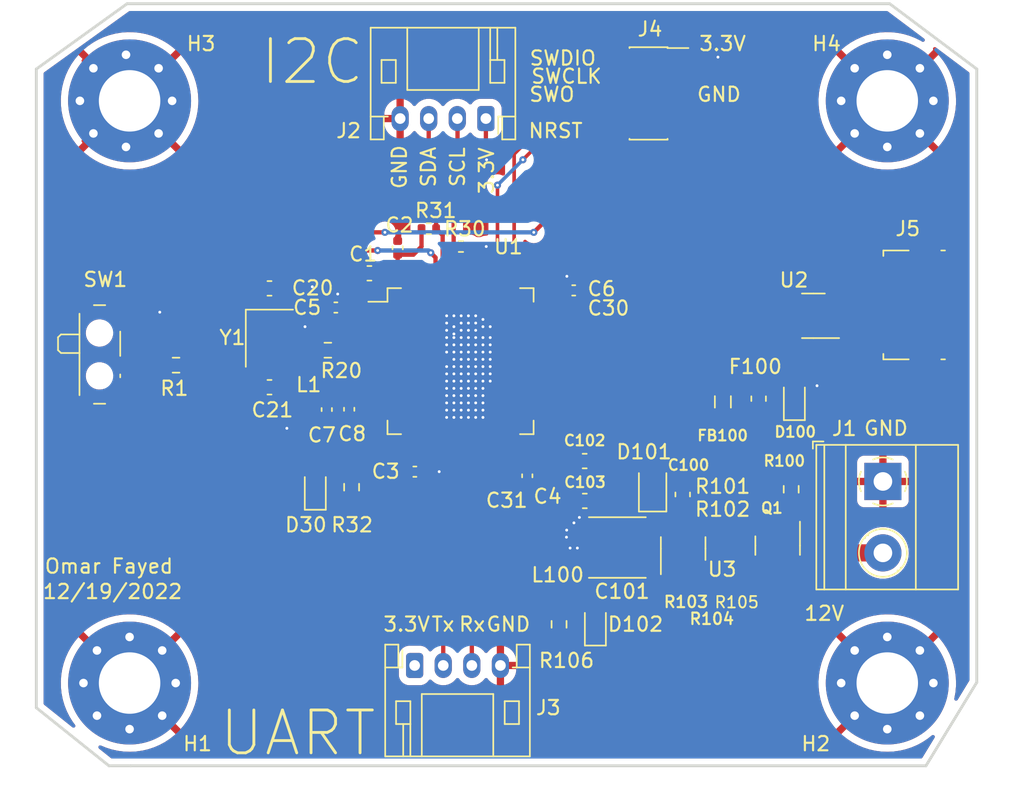
<source format=kicad_pcb>
(kicad_pcb (version 20211014) (generator pcbnew)
  (layers (0 "F.Cu" signal) (1 "In1.Cu" power "GND") (2 "In2.Cu" power "3V3") (31 "B.Cu" signal "B.5V") (34 "B.Paste" user) (35 "F.Paste" user) (36 "B.SilkS" user "B.Silkscreen") (37 "F.SilkS" user "F.Silkscreen") (38 "B.Mask" user) (39 "F.Mask" user) (44 "Edge.Cuts" user))
  (net 0 "")
  (net 1 "+3.3V")
  (net 2 "GND")
  (net 3 "+3.3VA")
  (net 4 "OSC_IN")
  (net 5 "Net-(C30-Pad1)")
  (net 6 "Net-(C31-Pad1)")
  (net 7 "BUCK_IN")
  (net 8 "BUCK_BST")
  (net 9 "BUCK_SW")
  (net 10 "Net-(D30-Pad1)")
  (net 11 "STATE_LED")
  (net 12 "Net-(D100-Pad1)")
  (net 13 "+5V")
  (net 14 "Net-(D102-Pad1)")
  (net 15 "+12V")
  (net 16 "I2C1_SCL")
  (net 17 "I2C1_SDA")
  (net 18 "UART3_Tx")
  (net 19 "UART3_Rx")
  (net 20 "SWDIO")
  (net 21 "SWCLK")
  (net 22 "Net-(F100-Pad2)")
  (net 23 "USBCON_N")
  (net 24 "Net-(Q1-Pad1)")
  (net 25 "BOOT")
  (net 26 "Net-(R1-Pad2)")
  (net 27 "OSC_OUT")
  (net 28 "BUCK_EN")
  (net 29 "BUCK_FB")
  (net 30 "Net-(R104-Pad2)")
  (net 34 "NRST")
  (net 62 "USBCON_P")
  (net 63 "D-")
  (net 69 "SWO")
  (net 76 "Net-(C21-Pad2)")
  (net 77 "D+")
  (footprint "Fuse:Fuse_0603_1608Metric" (layer "F.Cu") (at 67.542427 45.423742 90)
    (fp_text reference "F100")
    (fp_text value "250mA")
  )
  (footprint "Capacitor_SMD:C_0201_0603Metric" (layer "F.Cu") (at 54.61 39.116)
    (fp_text reference "C30")
    (fp_text value "2u2F")
  )
  (footprint "Diode_SMD:D_0805_2012Metric" (layer "F.Cu") (at 60.128563 51.636897 90)
    (fp_text reference "D101")
    (fp_text value "B5819")
  )
  (footprint "Capacitor_SMD:C_0402_1005Metric" (layer "F.Cu") (at 37.335276 46.18703 -90)
    (fp_text reference "C7")
    (fp_text value "1uF")
  )
  (footprint "Connector_JST:JST_PH_S4B-PH-K_1x04_P2.00mm_Horizontal" (layer "F.Cu") (at 43.482 64.098)
    (fp_text reference "J3")
    (fp_text value "UART")
  )
  (footprint "Resistor_SMD:R_0603_1608Metric" (layer "F.Cu") (at 69.821547 51.765722 90)
    (fp_text reference "R100")
    (fp_text value "10K")
  )
  (footprint "Button_Switch_SMD:SW_SPDT_PCM12" (layer "F.Cu") (at 21.767427 42.328656 -90)
    (fp_text reference "SW1")
    (fp_text value "Boost")
  )
  (footprint "Crystal:Crystal_SMD_3225-4Pin_3.2x2.5mm" (layer "F.Cu") (at 33.321218 41.191183 -90)
    (fp_text reference "Y1")
    (fp_text value "16MHz")
  )
  (footprint "Resistor_SMD:R_0201_0603Metric" (layer "F.Cu") (at 65.614923 54.580488 90)
    (fp_text reference "R102")
    (fp_text value "68K")
  )
  (footprint "Capacitor_SMD:C_0402_1005Metric" (layer "F.Cu") (at 38.902647 46.165559 -90)
    (fp_text reference "C8")
    (fp_text value "10nF")
  )
  (footprint "Capacitor_SMD:C_0603_1608Metric" (layer "F.Cu") (at 62.232705 52.130727 90)
    (fp_text reference "C100")
    (fp_text value "100nF")
  )
  (footprint "Resistor_SMD:R_0201_0603Metric" (layer "F.Cu") (at 64.614923 54.580488 -90)
    (fp_text reference "R101")
    (fp_text value "100K")
  )
  (footprint "Capacitor_SMD:C_0201_0603Metric" (layer "F.Cu") (at 49.985918 50.735135 -90)
    (fp_text reference "C31")
    (fp_text value "2u2F")
  )
  (footprint "Package_TO_SOT_SMD:SOT-23-6" (layer "F.Cu") (at 62.264405 55.912973 90)
    (fp_text reference "U3")
    (fp_text value "MP2359DJ")
  )
  (footprint "Inductor_SMD:L_Abracon_ASPI-4030S" (layer "F.Cu") (at 57.66023 55.842511 180)
    (fp_text reference "L100")
    (fp_text value "10uH")
  )
  (footprint "Capacitor_SMD:C_0402_1005Metric" (layer "F.Cu") (at 43.496492 50.532854 180)
    (fp_text reference "C3")
    (fp_text value "100nF")
  )
  (footprint "Connector_PinSocket_1.27mm:PinSocket_2x05_P1.27mm_Vertical_SMD" (layer "F.Cu") (at 59.842427 24.058656)
    (fp_text reference "J4")
    (fp_text value "SWD")
  )
  (footprint "Capacitor_SMD:C_0603_1608Metric" (layer "F.Cu") (at 33.329514 44.624061)
    (fp_text reference "C21")
    (fp_text value "12pF")
  )
  (footprint "Resistor_SMD:R_0402_1005Metric" (layer "F.Cu") (at 46.720339 34.77393 180)
    (fp_text reference "R30")
    (fp_text value "2.2K")
  )
  (footprint "Package_TO_SOT_SMD:SOT-23" (layer "F.Cu") (at 68.874734 55.707227 -90)
    (fp_text reference "Q1")
    (fp_text value "AO3401A")
  )
  (footprint "MountingHole:MountingHole_4.3mm_M4_Pad_Via" (layer "F.Cu") (at 23.542427 65.328656 180)
    (fp_text reference "H1")
    (fp_text value "MountingHole_Pad")
  )
  (footprint "MountingHole:MountingHole_4.3mm_M4_Pad_Via" (layer "F.Cu") (at 76.542427 65.328656)
    (fp_text reference "H2")
    (fp_text value "MountingHole_Pad")
  )
  (footprint "Resistor_SMD:R_0201_0603Metric" (layer "F.Cu") (at 66.042427 58.578656)
    (fp_text reference "R105")
    (fp_text value "270")
  )
  (footprint "Capacitor_SMD:C_0402_1005Metric" (layer "F.Cu") (at 51.360051 50.822485 -90)
    (fp_text reference "C4")
    (fp_text value "100nF")
  )
  (footprint "Package_QFP:LQFP-64_10x10mm_P0.5mm" (layer "F.Cu") (at 46.692427 42.798656)
    (fp_text reference "U1")
    (fp_text value "STM32F405RGTx")
  )
  (footprint "Capacitor_SMD:C_0603_1608Metric" (layer "F.Cu") (at 55.383508 52.581614)
    (fp_text reference "C103")
    (fp_text value "10uF")
  )
  (footprint "MountingHole:MountingHole_4.3mm_M4_Pad_Via" (layer "F.Cu") (at 23.292427 24.578656)
    (fp_text reference "H3")
    (fp_text value "MountingHole_Pad")
  )
  (footprint "Resistor_SMD:R_0603_1608Metric" (layer "F.Cu") (at 37.411657 42.031073 180)
    (fp_text reference "R20")
    (fp_text value "1K")
  )
  (footprint "Capacitor_SMD:C_0402_1005Metric" (layer "F.Cu") (at 37.969899 39.04448 180)
    (fp_text reference "C5")
    (fp_text value "100nF")
  )
  (footprint "Resistor_SMD:R_0603_1608Metric" (layer "F.Cu") (at 53.583745 61.217941 90)
    (fp_text reference "R106")
    (fp_text value "1K")
  )
  (footprint "Capacitor_SMD:C_0201_0603Metric" (layer "F.Cu") (at 60.68 58.563939 180)
    (fp_text reference "C101")
    (fp_text value "10nF")
  )
  (footprint "Capacitor_SMD:C_0402_1005Metric" (layer "F.Cu") (at 42.294126 34.863981 90)
    (fp_text reference "C2")
    (fp_text value "100nF")
  )
  (footprint "Package_TO_SOT_SMD:SOT-23-6" (layer "F.Cu") (at 71.374 39.624 180)
    (fp_text reference "U2")
    (fp_text value "USBLC6-2SC6")
  )
  (footprint "Resistor_SMD:R_0603_1608Metric" (layer "F.Cu") (at 26.792427 43.078656 180)
    (fp_text reference "R1")
    (fp_text value "10K")
  )
  (footprint "Resistor_SMD:R_0603_1608Metric" (layer "F.Cu") (at 39.072427 51.618907 -90)
    (fp_text reference "R32")
    (fp_text value "1K")
  )
  (footprint "TerminalBlock_Phoenix:TerminalBlock_Phoenix_MKDS-1,5-2_1x02_P5.00mm_Horizontal" (layer "F.Cu") (at 76.237427 51.218297 -90)
    (fp_text reference "J1")
    (fp_text value "power")
  )
  (footprint "Capacitor_SMD:C_0603_1608Metric" (layer "F.Cu") (at 40.318217 36.648532 180)
    (fp_text reference "C1")
    (fp_text value "4.7uF")
  )
  (footprint "Capacitor_SMD:C_0603_1608Metric" (layer "F.Cu") (at 33.329514 37.704699 180)
    (fp_text reference "C20")
    (fp_text value "12pF")
  )
  (footprint "Capacitor_SMD:C_0603_1608Metric" (layer "F.Cu") (at 55.375098 49.790452)
    (fp_text reference "C102")
    (fp_text value "10uF")
  )
  (footprint "Diode_SMD:D_0603_1608Metric" (layer "F.Cu") (at 70.042427 45.4405 90)
    (fp_text reference "D100")
    (fp_text value "B5819")
  )
  (footprint "Resistor_SMD:R_0201_0603Metric" (layer "F.Cu") (at 64.25 58.586631)
    (fp_text reference "R104")
    (fp_text value "15K")
  )
  (footprint "MountingHole:MountingHole_4.3mm_M4_Pad_Via" (layer "F.Cu") (at 76.542427 24.578656)
    (fp_text reference "H4")
    (fp_text value "MountingHole_Pad")
  )
  (footprint "Inductor_SMD:L_0805_2012Metric" (layer "F.Cu") (at 65.042427 45.648742 -90)
    (fp_text reference "FB100")
    (fp_text value "600 600MHz")
  )
  (footprint "LED_SMD:LED_0603_1608Metric" (layer "F.Cu") (at 56.123745 61.217941 90)
    (fp_text reference "D102")
    (fp_text value "LED_Small")
  )
  (footprint "Resistor_SMD:R_0402_1005Metric" (layer "F.Cu") (at 44.473416 33.528)
    (fp_text reference "R31")
    (fp_text value "2.2K")
  )
  (footprint "Capacitor_SMD:C_0402_1005Metric" (layer "F.Cu") (at 54.61 37.846)
    (fp_text reference "C6")
    (fp_text value "100nF")
  )
  (footprint "Inductor_SMD:L_0402_1005Metric" (layer "F.Cu") (at 35.9182 46.165559 90)
    (fp_text reference "L1")
    (fp_text value "39nH")
  )
  (footprint "Connector_USB:USB_Micro-B_Molex_47346-0001" (layer "F.Cu") (at 77.978 38.862 90)
    (fp_text reference "J5")
    (fp_text value "USB_B_Micro")
  )
  (footprint "Connector_JST:JST_PH_S4B-PH-K_1x04_P2.00mm_Horizontal" (layer "F.Cu") (at 48.466 25.818 180)
    (fp_text reference "J2")
    (fp_text value "I2C ")
  )
  (footprint "LED_SMD:LED_0603_1608Metric" (layer "F.Cu") (at 36.532427 51.71311 90)
    (fp_text reference "D30")
    (fp_text value "LED_Small")
  )
  (footprint "Resistor_SMD:R_0201_0603Metric" (layer "F.Cu") (at 62.463401 58.586631)
    (fp_text reference "R103")
    (fp_text value "47K")
  )
  (gr_line (start 17.018 67.056) (end 17.018 22.352) (layer "Edge.Cuts") (width 0.2))
  (gr_line (start 22.098 71.12) (end 18.288 68.072) (layer "Edge.Cuts") (width 0.2))
  (gr_line (start 23.368 17.78) (end 76.708 17.78) (layer "Edge.Cuts") (width 0.2))
  (gr_line (start 23.622 71.12) (end 22.098 71.12) (layer "Edge.Cuts") (width 0.2))
  (gr_line (start 82.804 22.352) (end 82.804 65.278) (layer "Edge.Cuts") (width 0.2))
  (gr_line (start 79.248 71.12) (end 23.622 71.12) (layer "Edge.Cuts") (width 0.2))
  (gr_line (start 82.804 65.278) (end 79.248 71.12) (layer "Edge.Cuts") (width 0.2))
  (gr_line (start 17.018 22.352) (end 23.368 17.78) (layer "Edge.Cuts") (width 0.2))
  (gr_line (start 76.708 17.78) (end 82.804 22.352) (layer "Edge.Cuts") (width 0.2))
  (gr_line (start 18.288 68.072) (end 17.018 67.056) (layer "Edge.Cuts") (width 0.2))
  (gr_text "SCL\n" (at 46.482 29.21 90) (layer "F.SilkS") (effects (font (size 1 1))))
  (gr_text "I2C\n" (at 36.322 21.844) (layer "F.SilkS") (effects (font (size 3 3) (thickness 0.2))))
  (gr_text "Omar Fayed" (at 22.098 57.15) (layer "F.SilkS") (effects (font (size 1 1))))
  (gr_text "Tx\n" (at 45.466 61.214) (layer "F.SilkS") (effects (font (size 1 1))))
  (gr_text "GND\n" (at 42.418 29.21 90) (layer "F.SilkS") (effects (font (size 1 1))))
  (gr_text "GND\n" (at 76.454 47.498) (layer "F.SilkS") (effects (font (size 1 1))))
  (gr_text "NRST" (at 53.34 26.67) (layer "F.SilkS") (effects (font (size 1 1))))
  (gr_text "3.3V\n" (at 65.024 20.574) (layer "F.SilkS") (effects (font (size 1 1))))
  (gr_text "SWCLK\n" (at 54.102 22.86) (layer "F.SilkS") (effects (font (size 1 1))))
  (gr_text "SWO" (at 53.086 24.13) (layer "F.SilkS") (effects (font (size 1 1))))
  (gr_text "GND\n" (at 64.77 24.13) (layer "F.SilkS") (effects (font (size 1 1))))
  (gr_text "3.3V" (at 48.514 29.464 90) (layer "F.SilkS") (effects (font (size 1 1))))
  (gr_text "SWDIO\n" (at 53.848 21.59) (layer "F.SilkS") (effects (font (size 1 1))))
  (gr_text "12/19/2022\n" (at 22.352 58.928) (layer "F.SilkS") (effects (font (size 1 1))))
  (gr_text "GND\n" (at 50.038 61.214) (layer "F.SilkS") (effects (font (size 1 1))))
  (gr_text "Rx\n" (at 47.498 61.214) (layer "F.SilkS") (effects (font (size 1 1))))
  (gr_text "12V\n" (at 72.136 60.452) (layer "F.SilkS") (effects (font (size 1 1))))
  (gr_text "SDA\n" (at 44.45 29.21 90) (layer "F.SilkS") (effects (font (size 1 1))))
  (gr_text "3.3V\n" (at 42.926 61.214) (layer "F.SilkS") (effects (font (size 1 1))))
  (gr_text "UART\n" (at 35.306 68.834) (layer "F.SilkS") (effects (font (size 3 3) (thickness 0.2))))
  (segment (start 42.659638 36.051651) (end 42.942427 36.33444) (width 0.254) (layer "F.Cu") (net 1))
  (segment (start 50.442427 49.426427) (end 50.546 49.53) (width 0.254) (layer "F.Cu") (net 1))
  (segment (start 35.391441 46.650559) (end 34.544 47.498) (width 0.5) (layer "F.Cu") (net 1))
  (segment (start 56.150098 49.790452) (end 56.150098 52.573204) (width 0.254) (layer "F.Cu") (net 1))
  (segment (start 38.449899 39.04448) (end 41.013251 39.04448) (width 0.254) (layer "F.Cu") (net 1))
  (segment (start 48.466 28.654) (end 48.514 28.702) (width 0.3) (layer "F.Cu") (net 1))
  (segment (start 52.832 37.846) (end 54.13 37.846) (width 0.3) (layer "F.Cu") (net 1))
  (segment (start 55.005061 53.735061) (end 54.624061 54.116061) (width 0.254) (layer "F.Cu") (net 1))
  (segment (start 55.839656 48.473656) (end 50.442427 48.473656) (width 0.254) (layer "F.Cu") (net 1))
  (segment (start 41.690098 36.051651) (end 42.207562 36.051651) (width 0.254) (layer "F.Cu") (net 1))
  (segment (start 41.013251 39.04448) (end 41.017427 39.048656) (width 0.254) (layer "F.Cu") (net 1))
  (segment (start 35.9182 46.650559) (end 35.391441 46.650559) (width 0.5) (layer "F.Cu") (net 1))
  (segment (start 50.546 49.53) (end 51.054 49.53) (width 0.254) (layer "F.Cu") (net 1))
  (segment (start 43.976492 50.532854) (end 45.198854 50.532854) (width 0.254) (layer "F.Cu") (net 1))
  (segment (start 56.158508 55.840789) (end 56.16023 55.842511) (width 0.254) (layer "F.Cu") (net 1))
  (segment (start 51.360051 49.836051) (end 51.360051 50.342485) (width 0.254) (layer "F.Cu") (net 1))
  (segment (start 56.150098 52.573204) (end 56.158508 52.581614) (width 0.254) (layer "F.Cu") (net 1))
  (segment (start 43.942427 48.473656) (end 43.942427 50.498789) (width 0.254) (layer "F.Cu") (net 1))
  (segment (start 43.942427 50.498789) (end 43.976492 50.532854) (width 0.254) (layer "F.Cu") (net 1))
  (segment (start 56.150098 48.784098) (end 55.839656 48.473656) (width 0.254) (layer "F.Cu") (net 1))
  (segment (start 54.624061 54.116061) (end 54.116061 54.624061) (width 0.254) (layer "F.Cu") (net 1))
  (segment (start 42.294126 35.343981) (end 43.396019 35.343981) (width 0.3) (layer "F.Cu") (net 1))
  (segment (start 50.442427 48.473656) (end 50.442427 49.426427) (width 0.254) (layer "F.Cu") (net 1))
  (segment (start 24.945344 40.078656) (end 25.654 39.37) (width 0.5) (layer "F.Cu") (net 1))
  (segment (start 64.698656 21.518656) (end 64.77 21.59) (width 0.3) (layer "F.Cu") (net 1))
  (segment (start 61.642427 21.518656) (end 64.698656 21.518656) (width 0.3) (layer "F.Cu") (net 1))
  (segment (start 42.294126 35.965087) (end 42.294126 35.343981) (width 0.3) (layer "F.Cu") (net 1))
  (segment (start 41.093217 38.972866) (end 41.017427 39.048656) (width 0.254) (layer "F.Cu") (net 1))
  (segment (start 54.102 54.638122) (end 54.102 55.118) (width 0.254) (layer "F.Cu") (net 1))
  (segment (start 42.207562 36.051651) (end 42.294126 35.965087) (width 0.3) (layer "F.Cu") (net 1))
  (segment (start 56.122741 55.88) (end 54.864 55.88) (width 0.254) (layer "F.Cu") (net 1))
  (segment (start 51.054 49.53) (end 51.360051 49.836051) (width 0.254) (layer "F.Cu") (net 1))
  (segment (start 38.449899 38.449899) (end 38.1 38.1) (width 0.254) (layer "F.Cu") (net 1))
  (segment (start 48.466 25.818) (end 48.466 28.654) (width 0.3) (layer "F.Cu") (net 1))
  (segment (start 56.158508 52.581614) (end 56.158508 55.840789) (width 0.254) (layer "F.Cu") (net 1))
  (segment (start 42.942427 36.33444) (end 42.942427 37.123656) (width 0.254) (layer "F.Cu") (net 1))
  (segment (start 43.963416 34.776584) (end 43.963416 33.528) (width 0.3) (layer "F.Cu") (net 1))
  (segment (start 54.864 55.88) (end 54.356 55.88) (width 0.254) (layer "F.Cu") (net 1))
  (segment (start 56.123745 60.430441) (end 56.123745 55.878996) (width 0.3) (layer "F.Cu") (net 1))
  (segment (start 56.123745 55.878996) (end 56.16023 55.842511) (width 0.3) (layer "F.Cu") (net 1))
  (segment (start 38.449899 39.04448) (end 38.449899 38.449899) (width 0.254) (layer "F.Cu") (net 1))
  (segment (start 23.197427 40.078656) (end 24.945344 40.078656) (width 0.5) (layer "F.Cu") (net 1))
  (segment (start 41.093217 36.648532) (end 41.093217 38.972866) (width 0.254) (layer "F.Cu") (net 1))
  (segment (start 56.158508 52.581614) (end 55.005061 53.735061) (width 0.254) (layer "F.Cu") (net 1))
  (segment (start 54.13 37.846) (end 54.13 36.858) (width 0.3) (layer "F.Cu") (net 1))
  (segment (start 56.150098 49.790452) (end 56.150098 48.784098) (width 0.254) (layer "F.Cu") (net 1))
  (segment (start 43.396019 35.343981) (end 43.963416 34.776584) (width 0.3) (layer "F.Cu") (net 1))
  (segment (start 52.367427 39.048656) (end 52.367427 38.310573) (width 0.3) (layer "F.Cu") (net 1))
  (segment (start 42.207562 36.051651) (end 42.659638 36.051651) (width 0.254) (layer "F.Cu") (net 1))
  (segment (start 47.230339 34.77393) (end 48.48993 34.77393) (width 0.3) (layer "F.Cu") (net 1))
  (segment (start 52.367427 38.310573) (end 52.832 37.846) (width 0.3) (layer "F.Cu") (net 1))
  (segment (start 54.116061 54.624061) (end 54.102 54.638122) (width 0.254) (layer "F.Cu") (net 1))
  (segment (start 41.093217 36.648532) (end 41.690098 36.051651) (width 0.254) (layer "F.Cu") (net 1))
  (segment (start 56.16023 55.842511) (end 56.122741 55.88) (width 0.254) (layer "F.Cu") (net 1))
  (via micro (at 55.005061 53.735061) (size 0.5) (drill 0.2) (layers "F.Cu" "In2.Cu") (remove_unused_layers) (net 1))
  (via micro (at 54.102 55.118) (size 0.5) (drill 0.2) (layers "F.Cu" "In2.Cu") (remove_unused_layers) (net 1))
  (via micro (at 54.116061 54.624061) (size 0.5) (drill 0.2) (layers "F.Cu" "In2.Cu") (remove_unused_layers) (net 1))
  (via micro (at 48.514 28.702) (size 0.5) (drill 0.2) (layers "F.Cu" "In2.Cu") (remove_unused_layers) (net 1))
  (via micro (at 45.198854 50.532854) (size 0.5) (drill 0.2) (layers "F.Cu" "In2.Cu") (remove_unused_layers) (net 1))
  (via micro (at 64.698656 21.518656) (size 0.5) (drill 0.2) (layers "F.Cu" "In2.Cu") (remove_unused_layers) (net 1))
  (via micro (at 25.654 39.37) (size 0.5) (drill 0.2) (layers "F.Cu" "In2.Cu") (remove_unused_layers) (net 1))
  (via micro (at 54.864 55.88) (size 0.5) (drill 0.2) (layers "F.Cu" "In2.Cu") (remove_unused_layers) (net 1))
  (via micro (at 54.356 55.88) (size 0.5) (drill 0.2) (layers "F.Cu" "In2.Cu") (remove_unused_layers) (net 1))
  (via micro (at 48.48993 34.77393) (size 0.5) (drill 0.2) (layers "F.Cu" "In2.Cu") (remove_unused_layers) (net 1))
  (via micro (at 34.544 47.498) (size 0.5) (drill 0.2) (layers "F.Cu" "In2.Cu") (remove_unused_layers) (net 1))
  (via micro (at 54.13 36.858) (size 0.5) (drill 0.2) (layers "F.Cu" "In2.Cu") (remove_unused_layers) (net 1))
  (via micro (at 54.624061 54.116061) (size 0.5) (drill 0.2) (layers "F.Cu" "In2.Cu") (remove_unused_layers) (net 1))
  (via micro (at 38.1 38.1) (size 0.5) (drill 0.2) (layers "F.Cu" "In2.Cu") (remove_unused_layers) (net 1))
  (segment (start 32.471218 42.291183) (end 33.001657 41.760744) (width 0.3) (layer "F.Cu") (net 2))
  (segment (start 62.264405 57.050473) (end 62.264405 56.099595) (width 0.3) (layer "F.Cu") (net 2))
  (segment (start 62.264405 56.099595) (end 62.484 55.88) (width 0.3) (layer "F.Cu") (net 2))
  (segment (start 33.001657 41.760744) (end 33.001657 41.422335) (width 0.3) (layer "F.Cu") (net 2))
  (segment (start 34.217213 37.592) (end 34.104514 37.704699) (width 0.6) (layer "F.Cu") (net 2))
  (segment (start 43.442427 37.123656) (end 43.442427 43.368885) (width 0.3) (layer "F.Cu") (net 2))
  (segment (start 36.322 37.876581) (end 37.489899 39.04448) (width 0.6) (layer "F.Cu") (net 2))
  (segment (start 43.688 46.228) (end 45.72 46.228) (width 0.3) (layer "F.Cu") (net 2))
  (segment (start 71.628 39.624) (end 71.374 39.37) (width 0.3) (layer "F.Cu") (net 2))
  (segment (start 34.171218 40.091183) (end 34.466035 40.386) (width 0.3) (layer "F.Cu") (net 2))
  (segment (start 36.322 37.592) (end 36.322 37.876581) (width 0.6) (layer "F.Cu") (net 2))
  (segment (start 33.001657 41.422335) (end 33.472175 40.951817) (width 0.3) (layer "F.Cu") (net 2))
  (segment (start 38.881176 46.66703) (end 38.902647 46.645559) (width 0.25) (layer "F.Cu") (net 2))
  (segment (start 51.112701 51.055135) (end 51.360051 51.302485) (width 0.3) (layer "F.Cu") (net 2))
  (segment (start 33.472175 40.790226) (end 34.171218 40.091183) (width 0.3) (layer "F.Cu") (net 2))
  (segment (start 71.374 37.846) (end 71.658 37.562) (width 0.3) (layer "F.Cu") (net 2))
  (segment (start 71.374 39.37) (end 71.374 37.846) (width 0.3) (layer "F.Cu") (net 2))
  (segment (start 41.017427 44.548656) (end 42.262656 44.548656) (width 0.3) (layer "F.Cu") (net 2))
  (segment (start 43.442427 43.368885) (end 42.262656 44.548656) (width 0.3) (layer "F.Cu") (net 2))
  (segment (start 33.472175 40.951817) (end 33.472175 40.790226) (width 0.3) (layer "F.Cu") (net 2))
  (segment (start 34.466035 40.386) (end 35.814 40.386) (width 0.3) (layer "F.Cu") (net 2))
  (segment (start 72.5115 39.624) (end 71.628 39.624) (width 0.3) (layer "F.Cu") (net 2))
  (segment (start 65.614923 54.260488) (end 65.614923 53.257077) (width 0.3) (layer "F.Cu") (net 2))
  (segment (start 49.985918 51.055135) (end 51.112701 51.055135) (width 0.3) (layer "F.Cu") (net 2))
  (segment (start 37.335276 46.66703) (end 38.881176 46.66703) (width 0.25) (layer "F.Cu") (net 2))
  (segment (start 65.614923 53.257077) (end 66.04 52.832) (width 0.3) (layer "F.Cu") (net 2))
  (segment (start 71.658 37.562) (end 76.518 37.562) (width 0.3) (layer "F.Cu") (net 2))
  (segment (start 62.484 55.88) (end 64.516 55.88) (width 0.3) (layer "F.Cu") (net 2))
  (segment (start 67.31 57.631083) (end 66.362427 58.578656) (width 0.3) (layer "F.Cu") (net 2))
  (segment (start 43.442427 48.473656) (end 43.442427 46.473573) (width 0.3) (layer "F.Cu") (net 2))
  (segment (start 43.442427 46.473573) (end 43.688 46.228) (width 0.3) (layer "F.Cu") (net 2))
  (segment (start 36.322 37.592) (end 34.217213 37.592) (width 0.6) (layer "F.Cu") (net 2))
  (via micro (at 46.736 40.132) (size 0.5) (drill 0.2) (layers "F.Cu" "In1.Cu") (remove_unused_layers) (net 2))
  (via micro (at 35.814 40.386) (size 0.5) (drill 0.2) (layers "F.Cu" "In1.Cu") (remove_unused_layers) (net 2))
  (via micro (at 46.228 44.196) (size 0.5) (drill 0.2) (layers "F.Cu" "In1.Cu") (remove_unused_layers) (net 2))
  (via micro (at 48.26 46.736) (size 0.5) (drill 0.2) (layers "F.Cu" "In1.Cu") (remove_unused_layers) (net 2))
  (via micro (at 48.768 42.672) (size 0.5) (drill 0.2) (layers "F.Cu" "In1.Cu") (remove_unused_layers) (net 2))
  (via micro (at 46.736 46.736) (size 0.5) (drill 0.2) (layers "F.Cu" "In1.Cu") (remove_unused_layers) (net 2))
  (via micro (at 46.228 45.72) (size 0.5) (drill 0.2) (layers "F.Cu" "In1.Cu") (remove_unused_layers) (net 2))
  (via micro (at 46.228 44.704) (size 0.5) (drill 0.2) (layers "F.Cu" "In1.Cu") (remove_unused_layers) (net 2))
  (via micro (at 48.26 45.212) (size 0.5) (drill 0.2) (layers "F.Cu" "In1.Cu") (remove_unused_layers) (net 2))
  (via micro (at 47.752 45.212) (size 0.5) (drill 0.2) (layers "F.Cu" "In1.Cu") (remove_unused_layers) (net 2))
  (via micro (at 48.26 40.386) (size 0.5) (drill 0.2) (layers "F.Cu" "In1.Cu") (remove_unused_layers) (net 2))
  (via micro (at 45.72 40.132) (size 0.5) (drill 0.2) (layers "F.Cu" "In1.Cu") (remove_unused_layers) (net 2))
  (via micro (at 48.26 41.148) (size 0.5) (drill 0.2) (layers "F.Cu" "In1.Cu") (remove_unused_layers) (net 2))
  (via micro (at 46.736 40.64) (size 0.5) (drill 0.2) (layers "F.Cu" "In1.Cu") (remove_unused_layers) (net 2))
  (via micro (at 47.752 45.72) (size 0.5) (drill 0.2) (layers "F.Cu" "In1.Cu") (remove_unused_layers) (net 2))
  (via micro (at 47.244 44.196) (size 0.5) (drill 0.2) (layers "F.Cu" "In1.Cu") (remove_unused_layers) (net 2))
  (via micro (at 46.736 39.624) (size 0.5) (drill 0.2) (layers "F.Cu" "In1.Cu") (remove_unused_layers) (net 2))
  (via micro (at 46.736 46.228) (size 0.5) (drill 0.2) (layers "F.Cu" "In1.Cu") (remove_unused_layers) (net 2))
  (via micro (at 47.244 41.148) (size 0.5) (drill 0.2) (layers "F.Cu" "In1.Cu") (remove_unused_layers) (net 2))
  (via micro (at 47.244 39.624) (size 0.5) (drill 0.2) (layers "F.Cu" "In1.Cu") (remove_unused_layers) (net 2))
  (via micro (at 46.228 46.736) (size 0.5) (drill 0.2) (layers "F.Cu" "In1.Cu") (remove_unused_layers) (net 2))
  (via micro (at 46.228 43.688) (size 0.5) (drill 0.2) (layers "F.Cu" "In1.Cu") (remove_unused_layers) (net 2))
  (via micro (at 46.228 46.228) (size 0.5) (drill 0.2) (layers "F.Cu" "In1.Cu") (remove_unused_layers) (net 2))
  (via micro (at 46.228 40.894) (size 0.5) (drill 0.2) (layers "F.Cu" "In1.Cu") (remove_unused_layers) (net 2))
  (via micro (at 47.752 40.132) (size 0.5) (drill 0.2) (layers "F.Cu" "In1.Cu") (remove_unused_layers) (net 2))
  (via micro (at 45.72 42.164) (size 0.5) (drill 0.2) (layers "F.Cu" "In1.Cu") (remove_unused_layers) (net 2))
  (via micro (at 45.72 45.212) (size 0.5) (drill 0.2) (layers "F.Cu" "In1.Cu") (remove_unused_layers) (net 2))
  (via micro (at 45.72 45.72) (size 0.5) (drill 0.2) (layers "F.Cu" "In1.Cu") (remove_unused_layers) (net 2))
  (via micro (at 48.26 44.704) (size 0.5) (drill 0.2) (layers "F.Cu" "In1.Cu") (remove_unused_layers) (net 2))
  (via micro (at 47.752 43.18) (size 0.5) (drill 0.2) (layers "F.Cu" "In1.Cu") (remove_unused_layers) (net 2))
  (via micro (at 48.26 41.656) (size 0.5) (drill 0.2) (layers "F.Cu" "In1.Cu") (remove_unused_layers) (net 2))
  (via micro (at 47.244 46.228) (size 0.5) (drill 0.2) (layers "F.Cu" "In1.Cu") (remove_unused_layers) (net 2))
  (via micro (at 46.736 44.704) (size 0.5) (drill 0.2) (layers "F.Cu" "In1.Cu") (remove_unused_layers) (net 2))
  (via micro (at 47.244 43.18) (size 0.5) (drill 0.2) (layers "F.Cu" "In1.Cu") (remove_unused_layers) (net 2))
  (via micro (at 46.736 45.72) (size 0.5) (drill 0.2) (layers "F.Cu" "In1.Cu") (remove_unused_layers) (net 2))
  (via micro (at 47.244 43.688) (size 0.5) (drill 0.2) (layers "F.Cu" "In1.Cu") (remove_unused_layers) (net 2))
  (via micro (at 48.768 44.196) (size 0.5) (drill 0.2) (layers "F.Cu" "In1.Cu") (remove_unused_layers) (net 2))
  (via micro (at 47.752 42.164) (size 0.5) (drill 0.2) (layers "F.Cu" "In1.Cu") (remove_unused_layers) (net 2))
  (via micro (at 47.752 39.624) (size 0.5) (drill 0.2) (layers "F.Cu" "In1.Cu") (remove_unused_layers) (net 2))
  (via micro (at 45.72 46.228) (size 0.5) (drill 0.2) (layers "F.Cu" "In1.Cu") (remove_unused_layers) (net 2))
  (via micro (at 48.26 42.672) (size 0.5) (drill 0.2) (layers "F.Cu" "In1.Cu") (remove_unused_layers) (net 2))
  (via micro (at 48.26 44.196) (size 0.5) (drill 0.2) (layers "F.Cu" "In1.Cu") (remove_unused_layers) (net 2))
  (via micro (at 46.228 42.672) (size 0.5) (drill 0.2) (layers "F.Cu" "In1.Cu") (remove_unused_layers) (net 2))
  (via micro (at 47.244 42.672) (size 0.5) (drill 0.2) (layers "F.Cu" "In1.Cu") (remove_unused_layers) (net 2))
  (via micro (at 46.736 41.148) (size 0.5) (drill 0.2) (layers "F.Cu" "In1.Cu") (remove_unused_layers) (net 2))
  (via micro (at 46.736 44.196) (size 0.5) (drill 0.2) (layers "F.Cu" "In1.Cu") (remove_unused_layers) (net 2))
  (via micro (at 46.228 41.148) (size 0.5) (drill 0.2) (layers "F.Cu" "In1.Cu") (remove_unused_layers) (net 2))
  (via micro (at 47.244 45.72) (size 0.5) (drill 0.2) (layers "F.Cu" "In1.Cu") (remove_unused_layers) (net 2))
  (via micro (at 46.736 42.672) (size 0.5) (drill 0.2) (layers "F.Cu" "In1.Cu") (remove_unused_layers) (net 2))
  (via micro (at 47.244 40.64) (size 0.5) (drill 0.2) (layers "F.Cu" "In1.Cu") (remove_unused_layers) (net 2))
  (via micro (at 46.736 41.656) (size 0.5) (drill 0.2) (layers "F.Cu" "In1.Cu") (remove_unused_layers) (net 2))
  (via micro (at 45.72 40.64) (size 0.5) (drill 0.2) (layers "F.Cu" "In1.Cu") (remove_unused_layers) (net 2))
  (via micro (at 48.768 40.386) (size 0.5) (drill 0.2) (layers "F.Cu" "In1.Cu") (remove_unused_layers) (net 2))
  (via micro (at 47.752 40.64) (size 0.5) (drill 0.2) (layers "F.Cu" "In1.Cu") (remove_unused_layers) (net 2))
  (via micro (at 46.228 40.386) (size 0.5) (drill 0.2) (layers "F.Cu" "In1.Cu") (remove_unused_layers) (net 2))
  (via micro (at 46.228 43.18) (size 0.5) (drill 0.2) (layers "F.Cu" "In1.Cu") (remove_unused_layers) (net 2))
  (via micro (at 45.72 46.736) (size 0.5) (drill 0.2) (layers "F.Cu" "In1.Cu") (remove_unused_layers) (net 2))
  (via micro (at 48.26 43.18) (size 0.5) (drill 0.2) (layers "F.Cu" "In1.Cu") (remove_unused_layers) (net 2))
  (via micro (at 45.72 43.688) (size 0.5) (drill 0.2) (layers "F.Cu" "In1.Cu") (remove_unused_layers) (net 2))
  (via micro (at 47.244 45.212) (size 0.5) (drill 0.2) (layers "F.Cu" "In1.Cu") (remove_unused_layers) (net 2))
  (via micro (at 47.752 46.228) (size 0.5) (drill 0.2) (layers "F.Cu" "In1.Cu") (remove_unused_layers) (net 2))
  (via micro (at 45.72 44.196) (size 0.5) (drill 0.2) (layers "F.Cu" "In1.Cu") (remove_unused_layers) (net 2))
  (via micro (at 48.768 43.18) (size 0.5) (drill 0.2) (layers "F.Cu" "In1.Cu") (remove_unused_layers) (net 2))
  (via micro (at 46.736 42.164) (size 0.5) (drill 0.2) (layers "F.Cu" "In1.Cu") (remove_unused_layers) (net 2))
  (via micro (at 47.244 42.164) (size 0.5) (drill 0.2) (layers "F.Cu" "In1.Cu") (remove_unused_layers) (net 2))
  (via micro (at 48.768 43.688) (size 0.5) (drill 0.2) (layers "F.Cu" "In1.Cu") (remove_unused_layers) (net 2))
  (via micro (at 48.768 41.656) (size 0.5) (drill 0.2) (layers "F.Cu" "In1.Cu") (remove_unused_layers) (net 2))
  (via micro (at 47.752 46.736) (size 0.5) (drill 0.2) (layers "F.Cu" "In1.Cu") (remove_unused_layers) (net 2))
  (via micro (at 36.322 37.592) (size 0.5) (drill 0.2) (layers "F.Cu" "In1.Cu") (remove_unused_layers) (net 2))
  (via micro (at 45.72 41.148) (size 0.5) (drill 0.2) (layers "F.Cu" "In1.Cu") (remove_unused_layers) (net 2))
  (via micro (at 47.752 43.688) (size 0.5) (drill 0.2) (layers "F.Cu" "In1.Cu") (remove_unused_layers) (net 2))
  (via micro (at 48.26 43.688) (size 0.5) (drill 0.2) (layers "F.Cu" "In1.Cu") (remove_unused_layers) (net 2))
  (via micro (at 46.228 39.624) (size 0.5) (drill 0.2) (layers "F.Cu" "In1.Cu") (remove_unused_layers) (net 2))
  (via micro (at 48.768 42.164) (size 0.5) (drill 0.2) (layers "F.Cu" "In1.Cu") (remove_unused_layers) (net 2))
  (via micro (at 47.244 44.704) (size 0.5) (drill 0.2) (layers "F.Cu" "In1.Cu") (remove_unused_layers) (net 2))
  (via micro (at 45.72 39.624) (size 0.5) (drill 0.2) (layers "F.Cu" "In1.Cu") (remove_unused_layers) (net 2))
  (via micro (at 46.228 45.212) (size 0.5) (drill 0.2) (layers "F.Cu" "In1.Cu") (remove_unused_layers) (net 2))
  (via micro (at 48.26 45.72) (size 0.5) (drill 0.2) (layers "F.Cu" "In1.Cu") (remove_unused_layers) (net 2))
  (via micro (at 47.752 44.196) (size 0.5) (drill 0.2) (layers "F.Cu" "In1.Cu") (remove_unused_layers) (net 2))
  (via micro (at 45.72 43.18) (size 0.5) (drill 0.2) (layers "F.Cu" "In1.Cu") (remove_unused_layers) (net 2))
  (via micro (at 48.26 42.164) (size 0.5) (drill 0.2) (layers "F.Cu" "In1.Cu") (remove_unused_layers) (net 2))
  (via micro (at 46.736 45.212) (size 0.5) (drill 0.2) (layers "F.Cu" "In1.Cu") (remove_unused_layers) (net 2))
  (via micro (at 47.244 40.132) (size 0.5) (drill 0.2) (layers "F.Cu" "In1.Cu") (remove_unused_layers) (net 2))
  (via micro (at 47.752 41.148) (size 0.5) (drill 0.2) (layers "F.Cu" "In1.Cu") (remove_unused_layers) (net 2))
  (via micro (at 48.26 39.878) (size 0.5) (drill 0.2) (layers "F.Cu" "In1.Cu") (remove_unused_layers) (net 2))
  (via micro (at 46.736 43.18) (size 0.5) (drill 0.2) (layers "F.Cu" "In1.Cu") (remove_unused_layers) (net 2))
  (via micro (at 46.228 41.656) (size 0.5) (drill 0.2) (layers "F.Cu" "In1.Cu") (remove_unused_layers) (net 2))
  (via micro (at 48.768 41.148) (size 0.5) (drill 0.2) (layers "F.Cu" "In1.Cu") (remove_unused_layers) (net 2))
  (via micro (at 47.752 44.704) (size 0.5) (drill 0.2) (layers "F.Cu" "In1.Cu") (remove_unused_layers) (net 2))
  (via micro (at 45.72 44.704) (size 0.5) (drill 0.2) (layers "F.Cu" "In1.Cu") (remove_unused_layers) (net 2))
  (via micro (at 47.752 42.672) (size 0.5) (drill 0.2) (layers "F.Cu" "In1.Cu") (remove_unused_layers) (net 2))
  (via micro (at 47.752 41.656) (size 0.5) (drill 0.2) (layers "F.Cu" "In1.Cu") (remove_unused_layers) (net 2))
  (via micro (at 46.228 42.164) (size 0.5) (drill 0.2) (layers "F.Cu" "In1.Cu") (remove_unused_layers) (net 2))
  (via micro (at 47.244 41.656) (size 0.5) (drill 0.2) (layers "F.Cu" "In1.Cu") (remove_unused_layers) (net 2))
  (via micro (at 45.72 41.656) (size 0.5) (drill 0.2) (layers "F.Cu" "In1.Cu") (remove_unused_layers) (net 2))
  (via micro (at 47.244 46.736) (size 0.5) (drill 0.2) (layers "F.Cu" "In1.Cu") (remove_unused_layers) (net 2))
  (via micro (at 46.736 43.688) (size 0.5) (drill 0.2) (layers "F.Cu" "In1.Cu") (remove_unused_layers) (net 2))
  (via micro (at 48.26 46.228) (size 0.5) (drill 0.2) (layers "F.Cu" "In1.Cu") (remove_unused_layers) (net 2))
  (segment (start 37.335276 45.70703) (end 38.881176 45.70703) (width 0.25) (layer "F.Cu") (net 3))
  (segment (start 38.902647 45.685559) (end 38.902647 45.425353) (width 0.25) (layer "F.Cu") (net 3))
  (segment (start 37.308805 45.680559) (end 37.335276 45.70703) (width 0.25) (layer "F.Cu") (net 3))
  (segment (start 35.9182 45.680559) (end 37.308805 45.680559) (width 0.25) (layer "F.Cu") (net 3))
  (segment (start 39.279344 45.048656) (end 41.017427 45.048656) (width 0.25) (layer "F.Cu") (net 3))
  (segment (start 38.881176 45.70703) (end 38.902647 45.685559) (width 0.25) (layer "F.Cu") (net 3))
  (segment (start 38.902647 45.425353) (end 39.279344 45.048656) (width 0.25) (layer "F.Cu") (net 3))
  (segment (start 41.017427 41.048656) (end 39.270656 41.048656) (width 0.254) (layer "F.Cu") (net 4))
  (segment (start 32.471218 40.091183) (end 32.471218 38.821218) (width 0.254) (layer "F.Cu") (net 4))
  (segment (start 37.846 40.894) (end 35.773218 38.821218) (width 0.254) (layer "F.Cu") (net 4))
  (segment (start 32.471218 38.821218) (end 32.471218 37.787995) (width 0.254) (layer "F.Cu") (net 4))
  (segment (start 39.270656 41.048656) (end 39.116 40.894) (width 0.254) (layer "F.Cu") (net 4))
  (segment (start 39.116 40.894) (end 37.846 40.894) (width 0.254) (layer "F.Cu") (net 4))
  (segment (start 35.773218 38.821218) (end 32.471218 38.821218) (width 0.254) (layer "F.Cu") (net 4))
  (segment (start 32.471218 37.787995) (end 32.554514 37.704699) (width 0.254) (layer "F.Cu") (net 4))
  (segment (start 53.848 39.116) (end 54.29 39.116) (width 0.3) (layer "F.Cu") (net 5))
  (segment (start 52.367427 39.548656) (end 53.415344 39.548656) (width 0.3) (layer "F.Cu") (net 5))
  (segment (start 53.415344 39.548656) (end 53.848 39.116) (width 0.3) (layer "F.Cu") (net 5))
  (segment (start 49.942427 48.473656) (end 49.942427 50.371644) (width 0.254) (layer "F.Cu") (net 6))
  (segment (start 49.942427 50.371644) (end 49.985918 50.415135) (width 0.254) (layer "F.Cu") (net 6))
  (segment (start 62.232705 54.743773) (end 62.264405 54.775473) (width 0.5) (layer "F.Cu") (net 7))
  (segment (start 64.614923 54.260488) (end 64.614923 53.692923) (width 0.4) (layer "F.Cu") (net 7))
  (segment (start 62.232705 52.905727) (end 64.442273 52.905727) (width 0.5) (layer "F.Cu") (net 7))
  (segment (start 64.442273 52.905727) (end 65.042427 52.305573) (width 0.5) (layer "F.Cu") (net 7))
  (segment (start 64.442273 53.520273) (end 64.614923 53.692923) (width 0.5) (layer "F.Cu") (net 7))
  (segment (start 64.442273 52.905727) (end 64.442273 53.520273) (width 0.5) (layer "F.Cu") (net 7))
  (segment (start 62.232705 52.905727) (end 62.232705 54.743773) (width 0.5) (layer "F.Cu") (net 7))
  (segment (start 65.042427 52.305573) (end 65.042427 46.711242) (width 0.5) (layer "F.Cu") (net 7))
  (segment (start 61 58.563939) (end 61 58.38) (width 0.4) (layer "F.Cu") (net 8))
  (segment (start 61 58.38) (end 61.314405 58.065595) (width 0.4) (layer "F.Cu") (net 8))
  (segment (start 61.314405 58.065595) (end 61.314405 57.050473) (width 0.4) (layer "F.Cu") (net 8))
  (segment (start 59.16023 53.61577) (end 59.182 53.594) (width 0.3) (layer "F.Cu") (net 9))
  (segment (start 62.063369 58.586631) (end 61.214 59.436) (width 0.3) (layer "F.Cu") (net 9))
  (segment (start 60.706 59.436) (end 61.214 59.436) (width 0.3) (layer "F.Cu") (net 9))
  (segment (start 58.928 55.610281) (end 59.16023 55.842511) (width 0.6) (layer "F.Cu") (net 9))
  (segment (start 59.325939 58.563939) (end 59.16023 58.39823) (width 0.3) (layer "F.Cu") (net 9))
  (segment (start 60.247367 55.842511) (end 59.16023 55.842511) (width 0.5) (layer "F.Cu") (net 9))
  (segment (start 60.36 59.09) (end 60.706 59.436) (width 0.3) (layer "F.Cu") (net 9))
  (segment (start 58.928 53.594) (end 58.928 55.610281) (width 0.6) (layer "F.Cu") (net 9))
  (segment (start 59.16023 58.39823) (end 59.16023 55.842511) (width 0.3) (layer "F.Cu") (net 9))
  (segment (start 59.16023 55.842511) (end 59.16023 53.61577) (width 0.3) (layer "F.Cu") (net 9))
  (segment (start 60.36 58.563939) (end 60.36 59.09) (width 0.3) (layer "F.Cu") (net 9))
  (segment (start 59.947603 52.574397) (end 58.928 53.594) (width 0.6) (layer "F.Cu") (net 9))
  (segment (start 62.143401 58.586631) (end 62.063369 58.586631) (width 0.3) (layer "F.Cu") (net 9))
  (segment (start 61.314405 54.775473) (end 60.247367 55.842511) (width 0.5) (layer "F.Cu") (net 9))
  (segment (start 60.36 58.563939) (end 59.325939 58.563939) (width 0.3) (layer "F.Cu") (net 9))
  (segment (start 60.128563 52.574397) (end 59.947603 52.574397) (width 0.6) (layer "F.Cu") (net 9))
  (segment (start 36.532427 52.50061) (end 38.23913 50.793907) (width 0.254) (layer "F.Cu") (net 10))
  (segment (start 38.23913 50.793907) (end 39.072427 50.793907) (width 0.254) (layer "F.Cu") (net 10))
  (segment (start 36.532427 49.827573) (end 36.532427 50.92561) (width 0.254) (layer "F.Cu") (net 11))
  (segment (start 41.017427 46.548656) (end 41.017427 46.866573) (width 0.254) (layer "F.Cu") (net 11))
  (segment (start 37.084 49.276) (end 36.532427 49.827573) (width 0.254) (layer "F.Cu") (net 11))
  (segment (start 38.608 49.276) (end 37.084 49.276) (width 0.254) (layer "F.Cu") (net 11))
  (segment (start 41.017427 46.866573) (end 38.608 49.276) (width 0.254) (layer "F.Cu") (net 11))
  (segment (start 67.924734 53.700734) (end 67.924734 54.769727) (width 0.3) (layer "F.Cu") (net 12))
  (segment (start 70.042427 46.228) (end 67.559185 46.228) (width 0.3) (layer "F.Cu") (net 12))
  (segment (start 67.559185 46.228) (end 67.542427 46.211242) (width 0.3) (layer "F.Cu") (net 12))
  (segment (start 67.542427 53.318427) (end 67.924734 53.700734) (width 0.3) (layer "F.Cu") (net 12))
  (segment (start 67.542427 53.318427) (end 67.542427 46.211242) (width 0.3) (layer "F.Cu") (net 12))
  (segment (start 70.866 39.624) (end 71.374 40.132) (width 0.3) (layer "F.Cu") (net 13))
  (segment (start 70.2365 39.624) (end 70.866 39.624) (width 0.3) (layer "F.Cu") (net 13))
  (segment (start 71.882 42.164) (end 73.406 42.164) (width 0.3) (layer "F.Cu") (net 13))
  (segment (start 71.492844 44.653) (end 71.628 44.517844) (width 0.3) (layer "F.Cu") (net 13))
  (segment (start 71.628 44.517844) (end 71.882 44.263844) (width 0.3) (layer "F.Cu") (net 13))
  (segment (start 71.374 41.656) (end 71.882 42.164) (width 0.3) (layer "F.Cu") (net 13))
  (segment (start 71.374 40.132) (end 71.374 41.656) (width 0.3) (layer "F.Cu") (net 13))
  (segment (start 71.882 44.263844) (end 71.882 42.164) (width 0.3) (layer "F.Cu") (net 13))
  (segment (start 70.042427 44.653) (end 71.492844 44.653) (width 0.3) (layer "F.Cu") (net 13))
  (segment (start 75.408 40.162) (end 76.518 40.162) (width 0.3) (layer "F.Cu") (net 13))
  (segment (start 73.406 42.164) (end 75.408 40.162) (width 0.3) (layer "F.Cu") (net 13))
  (via micro (at 71.628 44.517844) (size 0.5) (drill 0.2) (layers "F.Cu" "B.Cu") (remove_unused_layers) (net 13))
  (segment (start 53.583745 62.042941) (end 56.086245 62.042941) (width 0.25) (layer "F.Cu") (net 14))
  (segment (start 70.866 56.642) (end 70.863273 56.644727) (width 0.5) (layer "F.Cu") (net 15))
  (segment (start 76.237427 56.218297) (end 71.289703 56.218297) (width 1.2) (layer "F.Cu") (net 15))
  (segment (start 71.289703 56.218297) (end 70.866 56.642) (width 1.2) (layer "F.Cu") (net 15))
  (segment (start 70.863273 56.644727) (end 68.874734 56.644727) (width 0.5) (layer "F.Cu") (net 15))
  (segment (start 46.210339 28.465661) (end 46.482 28.194) (width 0.3) (layer "F.Cu") (net 16))
  (segment (start 46.482 25.834) (end 46.466 25.818) (width 0.3) (layer "F.Cu") (net 16))
  (segment (start 45.942427 37.123656) (end 45.942427 35.041842) (width 0.254) (layer "F.Cu") (net 16))
  (segment (start 46.210339 34.77393) (end 46.210339 28.465661) (width 0.3) (layer "F.Cu") (net 16))
  (segment (start 46.482 28.194) (end 46.482 25.834) (width 0.3) (layer "F.Cu") (net 16))
  (segment (start 45.942427 35.041842) (end 46.210339 34.77393) (width 0.254) (layer "F.Cu") (net 16))
  (segment (start 44.983416 29.235416) (end 44.466 28.718) (width 0.3) (layer "F.Cu") (net 17))
  (segment (start 44.466 28.718) (end 44.466 25.818) (width 0.3) (layer "F.Cu") (net 17))
  (segment (start 45.442427 37.123656) (end 45.442427 33.987011) (width 0.3) (layer "F.Cu") (net 17))
  (segment (start 45.442427 33.987011) (end 44.983416 33.528) (width 0.3) (layer "F.Cu") (net 17))
  (segment (start 44.983416 33.528) (end 44.983416 29.235416) (width 0.3) (layer "F.Cu") (net 17))
  (segment (start 45.466 35.814) (end 45.466 35.298382) (width 0.254) (layer "F.Cu") (net 17))
  (segment (start 48.942427 49.355573) (end 45.482 52.816) (width 0.3) (layer "F.Cu") (net 18))
  (segment (start 45.482 52.816) (end 45.482 64.098) (width 0.3) (layer "F.Cu") (net 18))
  (segment (start 48.942427 48.473656) (end 48.942427 49.355573) (width 0.3) (layer "F.Cu") (net 18))
  (segment (start 49.276 49.784) (end 49.276 59.69) (width 0.3) (layer "F.Cu") (net 19))
  (segment (start 49.442427 48.473656) (end 49.442427 49.617573) (width 0.3) (layer "F.Cu") (net 19))
  (segment (start 49.442427 49.617573) (end 49.276 49.784) (width 0.3) (layer "F.Cu") (net 19))
  (segment (start 49.276 59.69) (end 47.482 61.484) (width 0.3) (layer "F.Cu") (net 19))
  (segment (start 47.482 61.484) (end 47.482 64.098) (width 0.3) (layer "F.Cu") (net 19))
  (segment (start 58.042427 21.518656) (end 59.364656 21.518656) (width 0.3) (layer "F.Cu") (net 20))
  (segment (start 53.816904 40.048656) (end 53.98756 39.878) (width 0.3) (layer "F.Cu") (net 20))
  (segment (start 53.98756 39.878) (end 53.811714 40.053846) (width 0.3) (layer "F.Cu") (net 20))
  (segment (start 59.69 34.798) (end 59.69 36.83) (width 0.3) (layer "F.Cu") (net 20))
  (segment (start 54.356 39.878) (end 53.98756 39.878) (width 0.3) (layer "F.Cu") (net 20))
  (segment (start 53.806524 40.048656) (end 53.811714 40.053846) (width 0.254) (layer "F.Cu") (net 20))
  (segment (start 59.364656 21.518656) (end 59.69 21.844) (width 0.3) (layer "F.Cu") (net 20))
  (segment (start 56.134 39.878) (end 54.356 39.878) (width 0.3) (layer "F.Cu") (net 20))
  (segment (start 52.367427 40.048656) (end 53.816904 40.048656) (width 0.3) (layer "F.Cu") (net 20))
  (segment (start 59.69 36.83) (end 56.642 39.878) (width 0.3) (layer "F.Cu") (net 20))
  (segment (start 56.642 39.878) (end 56.134 39.878) (width 0.3) (layer "F.Cu") (net 20))
  (segment (start 59.69 21.844) (end 59.69 34.798) (width 0.3) (layer "F.Cu") (net 20))
  (segment (start 55.951344 22.788656) (end 58.042427 22.788656) (width 0.254) (layer "F.Cu") (net 21))
  (segment (start 50.442427 28.297573) (end 55.951344 22.788656) (width 0.254) (layer "F.Cu") (net 21))
  (segment (start 50.442427 37.123656) (end 50.442427 28.297573) (width 0.254) (layer "F.Cu") (net 21))
  (segment (start 65.092427 44.636242) (end 65.042427 44.586242) (width 0.3) (layer "F.Cu") (net 22))
  (segment (start 67.542427 44.636242) (end 65.092427 44.636242) (width 0.3) (layer "F.Cu") (net 22))
  (segment (start 73.905997 39.456156) (end 73.548351 39.813802) (width 0.261112) (layer "F.Cu") (net 23))
  (segment (start 75.506999 39.624) (end 75.339155 39.456156) (width 0.261112) (layer "F.Cu") (net 23))
  (segment (start 75.339155 39.456156) (end 73.905997 39.456156) (width 0.261112) (layer "F.Cu") (net 23))
  (segment (start 73.548351 40.218527) (end 73.192878 40.574) (width 0.261112) (layer "F.Cu") (net 23))
  (segment (start 73.548351 39.813802) (end 73.548351 40.218527) (width 0.261112) (layer "F.Cu") (net 23))
  (segment (start 73.192878 40.574) (end 72.5115 40.574) (width 0.261112) (layer "F.Cu") (net 23))
  (segment (start 76.632 39.624) (end 75.506999 39.624) (width 0.261112) (layer "F.Cu") (net 23))
  (segment (start 69.824734 52.593909) (end 69.821547 52.590722) (width 0.4) (layer "F.Cu") (net 24))
  (segment (start 69.824734 54.769727) (end 69.824734 52.593909) (width 0.4) (layer "F.Cu") (net 24))
  (segment (start 30.734 40.386) (end 30.734 36.83) (width 0.3) (layer "F.Cu") (net 25))
  (segment (start 27.617427 43.078656) (end 29.057344 43.078656) (width 0.3) (layer "F.Cu") (net 25))
  (segment (start 29.21 42.926) (end 30.734 41.402) (width 0.3) (layer "F.Cu") (net 25))
  (segment (start 30.734 41.402) (end 30.734 40.386) (width 0.3) (layer "F.Cu") (net 25))
  (segment (start 29.057344 43.078656) (end 29.21 42.926) (width 0.3) (layer "F.Cu") (net 25))
  (segment (start 32.512 35.052) (end 40.894 35.052) (width 0.3) (layer "F.Cu") (net 25))
  (segment (start 31.496 36.068) (end 32.512 35.052) (width 0.3) (layer "F.Cu") (net 25))
  (segment (start 44.942427 35.544427) (end 44.607703 35.209703) (width 0.3) (layer "F.Cu") (net 25))
  (segment (start 44.942427 37.123656) (end 44.942427 35.544427) (width 0.3) (layer "F.Cu") (net 25))
  (segment (start 30.734 36.83) (end 31.496 36.068) (width 0.3) (layer "F.Cu") (net 25))
  (via (at 44.607703 35.209703) (size 0.5) (drill 0.2) (layers "F.Cu" "B.Cu") (remove_unused_layers) (net 25))
  (via (at 40.894 35.052) (size 0.5) (drill 0.2) (layers "F.Cu" "B.Cu") (remove_unused_layers) (net 25))
  (segment (start 44.45 35.052) (end 44.607703 35.209703) (width 0.3) (layer "B.Cu") (net 25))
  (segment (start 40.894 35.052) (end 44.45 35.052) (width 0.3) (layer "B.Cu") (net 25))
  (segment (start 23.197427 43.078656) (end 25.967427 43.078656) (width 0.254) (layer "F.Cu") (net 26))
  (segment (start 38.994927 42.031073) (end 39.477344 41.548656) (width 0.254) (layer "F.Cu") (net 27))
  (segment (start 38.236657 42.031073) (end 38.994927 42.031073) (width 0.254) (layer "F.Cu") (net 27))
  (segment (start 39.477344 41.548656) (end 41.017427 41.548656) (width 0.254) (layer "F.Cu") (net 27))
  (segment (start 63.33942 54.900488) (end 63.214405 54.775473) (width 0.4) (layer "F.Cu") (net 28))
  (segment (start 65.614923 54.900488) (end 64.614923 54.900488) (width 0.4) (layer "F.Cu") (net 28))
  (segment (start 64.614923 54.900488) (end 63.33942 54.900488) (width 0.4) (layer "F.Cu") (net 28))
  (segment (start 63.246 58.166) (end 63.627 58.547) (width 0.4) (layer "F.Cu") (net 29))
  (segment (start 62.783401 58.586631) (end 63.587369 58.586631) (width 0.4) (layer "F.Cu") (net 29))
  (segment (start 63.246 57.082068) (end 63.214405 57.050473) (width 0.4) (layer "F.Cu") (net 29))
  (segment (start 62.825369 58.586631) (end 63.246 58.166) (width 0.4) (layer "F.Cu") (net 29))
  (segment (start 63.246 58.166) (end 63.246 57.082068) (width 0.4) (layer "F.Cu") (net 29))
  (segment (start 63.627 58.547) (end 63.666631 58.586631) (width 0.4) (layer "F.Cu") (net 29))
  (segment (start 62.783401 58.586631) (end 62.825369 58.586631) (width 0.4) (layer "F.Cu") (net 29))
  (segment (start 63.666631 58.586631) (end 63.93 58.586631) (width 0.4) (layer "F.Cu") (net 29))
  (segment (start 63.587369 58.586631) (end 63.627 58.547) (width 0.4) (layer "F.Cu") (net 29))
  (segment (start 65.714452 58.586631) (end 65.722427 58.578656) (width 0.4) (layer "F.Cu") (net 30))
  (segment (start 64.57 58.586631) (end 65.714452 58.586631) (width 0.4) (layer "F.Cu") (net 30))
  (segment (start 26.784439 41.47178) (end 26.784439 40.017561) (width 0.3) (layer "F.Cu") (net 34))
  (segment (start 26.784439 44.310439) (end 26.784439 41.47178) (width 0.3) (layer "F.Cu") (net 34))
  (segment (start 38.862 43.688) (end 37.592 44.958) (width 0.3) (layer "F.Cu") (net 34))
  (segment (start 39.739344 42.048656) (end 39.624 42.164) (width 0.3) (layer "F.Cu") (net 34))
  (segment (start 56.134 26.924) (end 56.459344 26.598656) (width 0.3) (layer "F.Cu") (net 34))
  (segment (start 55.118 26.924) (end 56.134 26.924) (width 0.3) (layer "F.Cu") (net 34))
  (segment (start 33.02 33.782) (end 41.402 33.782) (width 0.3) (layer "F.Cu") (net 34))
  (segment (start 35.56 44.958) (end 34.036 46.482) (width 0.3) (layer "F.Cu") (net 34))
  (segment (start 56.459344 26.598656) (end 58.042427 26.598656) (width 0.3) (layer "F.Cu") (net 34))
  (segment (start 37.592 44.958) (end 36.068 44.958) (width 0.3) (layer "F.Cu") (net 34))
  (segment (start 34.036 46.482) (end 30.226 46.482) (width 0.3) (layer "F.Cu") (net 34))
  (segment (start 38.862 42.926) (end 38.862 43.688) (width 0.3) (layer "F.Cu") (net 34))
  (segment (start 53.594 28.448) (end 55.118 26.924) (width 0.3) (layer "F.Cu") (net 34))
  (segment (start 36.068 44.958) (end 35.56 44.958) (width 0.3) (layer "F.Cu") (net 34))
  (segment (start 51.816 33.782) (end 53.594 32.004) (width 0.3) (layer "F.Cu") (net 34))
  (segment (start 39.624 42.164) (end 38.862 42.926) (width 0.3) (layer "F.Cu") (net 34))
  (segment (start 53.594 32.004) (end 53.594 28.448) (width 0.3) (layer "F.Cu") (net 34))
  (segment (start 30.226 46.482) (end 28.956 46.482) (width 0.3) (layer "F.Cu") (net 34))
  (segment (start 41.017427 42.048656) (end 39.739344 42.048656) (width 0.3) (layer "F.Cu") (net 34))
  (segment (start 26.924 44.45) (end 26.784439 44.310439) (width 0.3) (layer "F.Cu") (net 34))
  (segment (start 26.784439 40.017561) (end 33.02 33.782) (width 0.3) (layer "F.Cu") (net 34))
  (segment (start 28.956 46.482) (end 26.924 44.45) (width 0.3) (layer "F.Cu") (net 34))
  (via (at 51.816 33.782) (size 0.5) (drill 0.2) (layers "F.Cu" "B.Cu") (remove_unused_layers) (net 34))
  (via (at 41.402 33.782) (size 0.5) (drill 0.2) (layers "F.Cu" "B.Cu") (remove_unused_layers) (net 34))
  (segment (start 41.402 33.782) (end 51.816 33.782) (width 0.3) (layer "B.Cu") (net 34))
  (segment (start 75.339155 38.991844) (end 75.506999 38.824) (width 0.261112) (layer "F.Cu") (net 62))
  (segment (start 75.506999 38.824) (end 76.632 38.824) (width 0.261112) (layer "F.Cu") (net 62))
  (segment (start 75.243844 38.991844) (end 75.339155 38.991844) (width 0.261112) (layer "F.Cu") (net 62))
  (segment (start 72.5775 38.608) (end 73.406 38.608) (width 0.261112) (layer "F.Cu") (net 62))
  (segment (start 72.5115 38.674) (end 72.5775 38.608) (width 0.261112) (layer "F.Cu") (net 62))
  (segment (start 73.789844 38.991844) (end 74.043844 38.991844) (width 0.261112) (layer "F.Cu") (net 62))
  (segment (start 73.406 38.608) (end 73.789844 38.991844) (width 0.261112) (layer "F.Cu") (net 62))
  (segment (start 74.570354 38.465334) (end 74.643844 38.465334) (width 0.261112) (layer "F.Cu") (net 62))
  (segment (start 75.170354 38.991844) (end 75.243844 38.991844) (width 0.261112) (layer "F.Cu") (net 62))
  (arc (start 74.043844 38.991844) (mid 74.229993 38.914738) (end 74.307099 38.728589) (width 0.261112) (layer "F.Cu") (net 62))
  (arc (start 74.307099 38.728589) (mid 74.384205 38.54244) (end 74.570354 38.465334) (width 0.261112) (layer "F.Cu") (net 62))
  (arc (start 74.907099 38.728589) (mid 74.984205 38.914738) (end 75.170354 38.991844) (width 0.261112) (layer "F.Cu") (net 62))
  (arc (start 74.643844 38.465334) (mid 74.829993 38.54244) (end 74.907099 38.728589) (width 0.261112) (layer "F.Cu") (net 62))
  (segment (start 68.304156 40.110156) (end 65.628164 40.110156) (width 0.261112) (layer "F.Cu") (net 63))
  (segment (start 65.628164 40.110156) (end 64.707507 41.030813) (width 0.261112) (layer "F.Cu") (net 63))
  (segment (start 69.90383 40.920317) (end 69.114317 40.920317) (width 0.261112) (layer "F.Cu") (net 63))
  (segment (start 69.114317 40.920317) (end 68.304156 40.110156) (width 0.261112) (layer "F.Cu") (net 63))
  (segment (start 70.2365 40.587647) (end 69.90383 40.920317) (width 0.261112) (layer "F.Cu") (net 63))
  (segment (start 64.707507 41.030813) (end 52.38527 41.030813) (width 0.261112) (layer "F.Cu") (net 63))
  (segment (start 52.38527 41.030813) (end 52.367427 41.048656) (width 0.261112) (layer "F.Cu") (net 63))
  (segment (start 70.2365 40.574) (end 70.1705 40.64) (width 0.261112) (layer "F.Cu") (net 63))
  (segment (start 70.2365 40.574) (end 70.2365 40.587647) (width 0.261112) (layer "F.Cu") (net 63))
  (segment (start 47.442427 35.869573) (end 47.498 35.814) (width 0.25) (layer "F.Cu") (net 69))
  (segment (start 54.864 24.892) (end 55.372 24.892) (width 0.25) (layer "F.Cu") (net 69))
  (segment (start 47.752 35.56) (end 49.022 35.56) (width 0.25) (layer "F.Cu") (net 69))
  (segment (start 55.372 24.892) (end 56.205344 24.058656) (width 0.25) (layer "F.Cu") (net 69))
  (segment (start 49.276 35.306) (end 49.276 30.48) (width 0.25) (layer "F.Cu") (net 69))
  (segment (start 47.442427 37.123656) (end 47.442427 35.869573) (width 0.25) (layer "F.Cu") (net 69))
  (segment (start 47.442427 36.178656) (end 47.442427 37.123656) (width 0.25) (layer "F.Cu") (net 69))
  (segment (start 54.864 24.892) (end 51.054 28.702) (width 0.25) (layer "F.Cu") (net 69))
  (segment (start 56.205344 24.058656) (end 58.042427 24.058656) (width 0.25) (layer "F.Cu") (net 69))
  (segment (start 49.022 35.56) (end 49.276 35.306) (width 0.25) (layer "F.Cu") (net 69))
  (segment (start 47.498 35.814) (end 47.752 35.56) (width 0.25) (layer "F.Cu") (net 69))
  (via (at 49.276 30.48) (size 0.5) (drill 0.2) (layers "F.Cu" "B.Cu") (remove_unused_layers) (net 69))
  (via (at 51.054 28.702) (size 0.5) (drill 0.2) (layers "F.Cu" "B.Cu") (remove_unused_layers) (net 69))
  (segment (start 49.276 30.48) (end 51.054 28.702) (width 0.25) (layer "B.Cu") (net 69))
  (segment (start 36.326547 42.291183) (end 36.586657 42.031073) (width 0.254) (layer "F.Cu") (net 76))
  (segment (start 34.171218 42.291183) (end 34.171218 44.557357) (width 0.254) (layer "F.Cu") (net 76))
  (segment (start 34.171218 44.557357) (end 34.104514 44.624061) (width 0.254) (layer "F.Cu") (net 76))
  (segment (start 34.171218 42.291183) (end 36.326547 42.291183) (width 0.254) (layer "F.Cu") (net 76))
  (segment (start 65.435836 39.645844) (end 68.326 39.645844) (width 0.261112) (layer "F.Cu") (net 77))
  (segment (start 68.326 39.624) (end 69.276 38.674) (width 0.261112) (layer "F.Cu") (net 77))
  (segment (start 52.38527 40.566499) (end 64.515181 40.566499) (width 0.261112) (layer "F.Cu") (net 77))
  (segment (start 69.276 38.674) (end 70.2365 38.674) (width 0.261112) (layer "F.Cu") (net 77))
  (segment (start 64.515181 40.566499) (end 65.435836 39.645844) (width 0.261112) (layer "F.Cu") (net 77))
  (segment (start 52.367427 40.548656) (end 52.38527 40.566499) (width 0.261112) (layer "F.Cu") (net 77))
  (segment (start 68.326 39.645844) (end 68.326 39.624) (width 0.261112) (layer "F.Cu") (net 77))
  (zone (net 2) (net_name "GND") (layers "F.Cu" "In1.Cu") (connect_pads (clearance 0.508)) (min_thickness 0.254) (fill yes (thermal_gap 0.508) (thermal_bridge_width 0.508))
    (polygon (pts (xy 85.852 71.628) (xy 14.478 73.66) (xy 15.494 18.034) (xy 85.598 18.034)))
  )
  (zone (net 13) (net_name "+5V") (layer "B.Cu") (connect_pads (clearance 0.508)) (min_thickness 0.254) (fill yes (thermal_gap 0.508) (thermal_bridge_width 0.508))
    (polygon (pts (xy 85.852 72.136) (xy 14.986 72.136) (xy 15.494 18.034) (xy 85.344 18.034)))
  )
)
</source>
